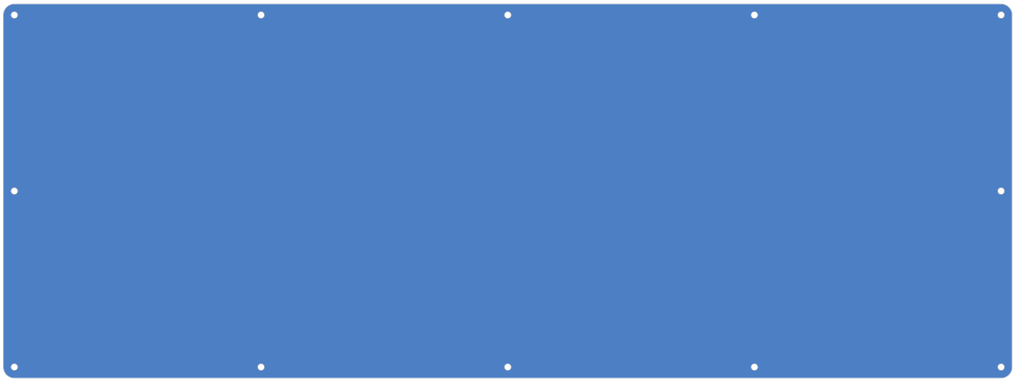
<source format=kicad_pcb>
(kicad_pcb (version 20221018) (generator pcbnew)
  (layers (0 "F.Cu" signal) (31 "B.Cu" signal) (34 "B.Paste" user) (35 "F.Paste" user) (36 "B.SilkS" user "B.Silkscreen") (37 "F.SilkS" user "F.Silkscreen") (38 "B.Mask" user) (39 "F.Mask" user) (44 "Edge.Cuts" user))
  (net 0 "")
  (net 1 "GND")
  (footprint "locallib:ai-10" (layer "F.Cu") (at 369.8875 142.08125)
    (fp_text reference "G***" hide)
    (fp_text value "LOGO" hide)
  )
  (footprint "locallib:Outline" (layer "F.Cu") (at 17.065625 17.272)
    (fp_text reference "O1")
    (fp_text value "Outline")
    (fp_line (start -0.0122 131.0757) (end -0.0122 4.0132) (stroke (width 0.2)) (layer "Edge.Cuts"))
    (fp_line (start 3.9878 0.0132) (end 359.6503 0.0132) (stroke (width 0.2)) (layer "Edge.Cuts"))
    (fp_line (start 359.6503 135.0757) (end 3.9878 135.0757) (stroke (width 0.2)) (layer "Edge.Cuts"))
    (fp_line (start 363.6503 4.0132) (end 363.6503 131.0757) (stroke (width 0.2)) (layer "Edge.Cuts"))
    (fp_arc (start -0.0122 4.0132) (mid 1.159373 1.184773) (end 3.9878 0.0132) (stroke (width 0.2)) (layer "Edge.Cuts"))
    (fp_arc (start 3.9878 135.0757) (mid 1.159373 133.904127) (end -0.0122 131.0757) (stroke (width 0.2)) (layer "Edge.Cuts"))
    (fp_arc (start 359.6503 0.0132) (mid 362.478727 1.184773) (end 363.6503 4.0132) (stroke (width 0.2)) (layer "Edge.Cuts"))
    (fp_arc (start 363.6503 131.0757) (mid 362.478727 133.904127) (end 359.6503 135.0757) (stroke (width 0.2)) (layer "Edge.Cuts"))
    (fp_circle (center 3.9878 4.0132) (end 5.1378 4.0132) (stroke (width 0.2)) (fill none) (layer "Edge.Cuts"))
    (fp_circle (center 3.9878 67.54445) (end 5.1378 67.54445) (stroke (width 0.2)) (fill none) (layer "Edge.Cuts"))
    (fp_circle (center 3.9878 131.0757) (end 5.1378 131.0757) (stroke (width 0.2)) (fill none) (layer "Edge.Cuts"))
    (fp_circle (center 92.903425 4.0132) (end 94.053425 4.0132) (stroke (width 0.2)) (fill none) (layer "Edge.Cuts"))
    (fp_circle (center 92.903425 131.0757) (end 94.053425 131.0757) (stroke (width 0.2)) (fill none) (layer "Edge.Cuts"))
    (fp_circle (center 181.81905 4.0132) (end 182.96905 4.0132) (stroke (width 0.2)) (fill none) (layer "Edge.Cuts"))
    (fp_circle (center 181.81905 131.0757) (end 182.96905 131.0757) (stroke (width 0.2)) (fill none) (layer "Edge.Cuts"))
    (fp_circle (center 270.734675 4.0132) (end 271.884675 4.0132) (stroke (width 0.2)) (fill none) (layer "Edge.Cuts"))
    (fp_circle (center 270.734675 131.0757) (end 271.884675 131.0757) (stroke (width 0.2)) (fill none) (layer "Edge.Cuts"))
    (fp_circle (center 359.6503 4.0132) (end 360.8003 4.0132) (stroke (width 0.2)) (fill none) (layer "Edge.Cuts"))
    (fp_circle (center 359.6503 67.54445) (end 360.8003 67.54445) (stroke (width 0.2)) (fill none) (layer "Edge.Cuts"))
    (fp_circle (center 359.6503 131.0757) (end 360.8003 131.0757) (stroke (width 0.2)) (fill none) (layer "Edge.Cuts"))
    (pad "1" smd circle (at 114.554 51.308) (size 1.524 1.524) (layers "F.Cu") (net 1 "GND"))
    (pad "1" smd circle (at 114.554 51.308) (size 1.524 1.524) (layers "B.Cu") (net 1 "GND"))
  )
  (zone (net 1) (net_name "GND") (layer "F.Cu") (connect_pads yes (clearance 0.381)) (min_thickness 0.254) (fill yes (thermal_gap 0.508) (thermal_bridge_width 0.508))
    (polygon (pts (xy 15.875 15.875) (xy 384.96875 15.875) (xy 384.96875 154.78125) (xy 15.875 154.78125)))
  )
  (zone (net 1) (net_name "GND") (layer "B.Cu") (connect_pads yes (clearance 0.381)) (min_thickness 0.254) (fill yes (thermal_gap 0.508) (thermal_bridge_width 0.508))
    (polygon (pts (xy 15.875 15.875) (xy 384.96875 15.875) (xy 384.96875 154.78125) (xy 15.875 154.78125)))
  )
)
</source>
